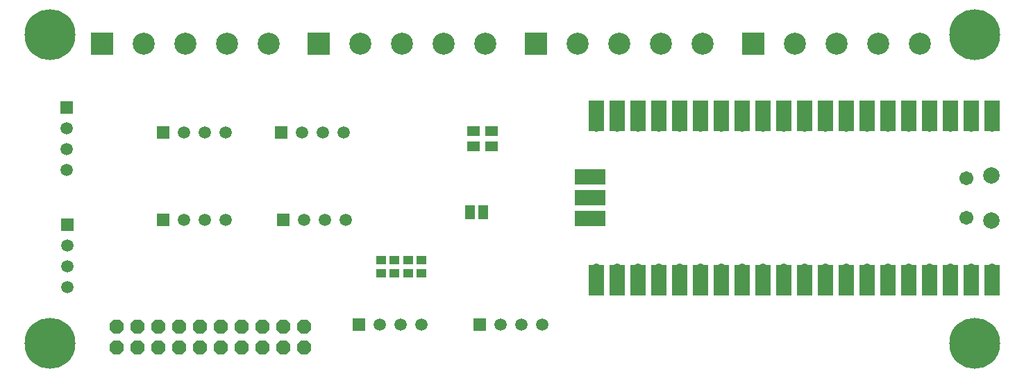
<source format=gbr>
G04 EAGLE Gerber RS-274X export*
G75*
%MOMM*%
%FSLAX34Y34*%
%LPD*%
%INSoldermask Top*%
%IPPOS*%
%AMOC8*
5,1,8,0,0,1.08239X$1,22.5*%
G01*
%ADD10C,1.711200*%
%ADD11R,1.903200X3.703200*%
%ADD12C,2.003200*%
%ADD13C,1.703200*%
%ADD14R,3.703200X1.903200*%
%ADD15R,2.678200X2.678200*%
%ADD16C,2.678200*%
%ADD17R,1.511200X1.511200*%
%ADD18C,1.511200*%
%ADD19R,1.603200X1.203200*%
%ADD20R,1.153200X1.103200*%
%ADD21P,1.869504X8X22.500000*%
%ADD22C,6.203200*%
%ADD23R,1.223200X1.673200*%


D10*
X1581150Y613410D03*
X1555750Y613410D03*
X1428750Y613410D03*
X1403350Y613410D03*
X1530350Y613410D03*
X1504950Y613410D03*
X1454150Y613410D03*
X1479550Y613410D03*
X1377950Y613410D03*
X1352550Y613410D03*
X1327150Y613410D03*
X1301750Y613410D03*
X1276350Y613410D03*
X1250950Y613410D03*
X1225550Y613410D03*
X1200150Y613410D03*
X1174750Y613410D03*
X1149350Y613410D03*
X1123950Y613410D03*
X1098550Y613410D03*
X1098550Y435610D03*
X1123950Y435610D03*
X1149350Y435610D03*
X1174750Y435610D03*
X1200150Y435610D03*
X1225550Y435610D03*
X1250950Y435610D03*
X1276350Y435610D03*
X1301750Y435610D03*
X1327150Y435610D03*
X1352550Y435610D03*
X1377950Y435610D03*
X1403350Y435610D03*
X1428750Y435610D03*
X1454150Y435610D03*
X1479550Y435610D03*
X1504950Y435610D03*
X1530350Y435610D03*
X1555750Y435610D03*
X1581150Y435610D03*
D11*
X1581150Y624510D03*
X1555750Y624510D03*
X1530350Y624510D03*
X1504950Y624510D03*
X1479550Y624510D03*
X1454150Y624510D03*
X1428750Y624510D03*
X1403350Y624510D03*
X1377950Y624510D03*
X1352550Y624510D03*
X1327150Y624510D03*
X1301750Y624510D03*
X1276350Y624510D03*
X1250950Y624510D03*
X1225550Y624510D03*
X1200150Y624510D03*
X1174750Y624510D03*
X1149350Y624510D03*
X1123950Y624510D03*
X1098550Y624510D03*
X1098550Y424510D03*
X1123950Y424510D03*
X1149350Y424510D03*
X1174750Y424510D03*
X1200150Y424510D03*
X1225550Y424510D03*
X1250950Y424510D03*
X1276350Y424510D03*
X1301750Y424510D03*
X1327150Y424510D03*
X1352550Y424510D03*
X1377950Y424510D03*
X1403350Y424510D03*
X1428750Y424510D03*
X1454150Y424510D03*
X1479550Y424510D03*
X1504950Y424510D03*
X1530350Y424510D03*
X1555750Y424510D03*
X1581150Y424510D03*
D12*
X1579850Y551760D03*
X1579850Y497260D03*
D13*
X1549550Y548760D03*
X1549550Y500260D03*
D10*
X1100850Y549910D03*
X1100850Y524510D03*
X1100850Y499110D03*
D14*
X1090600Y549910D03*
X1090600Y524510D03*
X1090600Y499110D03*
D15*
X495427Y712470D03*
D16*
X546227Y712470D03*
X597027Y712470D03*
X647827Y712470D03*
X698627Y712470D03*
D15*
X759587Y712597D03*
D16*
X810387Y712597D03*
X861187Y712597D03*
X911987Y712597D03*
X962787Y712597D03*
D15*
X1024636Y712470D03*
D16*
X1075436Y712470D03*
X1126236Y712470D03*
X1177036Y712470D03*
X1227836Y712470D03*
D15*
X1289939Y712470D03*
D16*
X1340739Y712470D03*
X1391539Y712470D03*
X1442339Y712470D03*
X1493139Y712470D03*
D17*
X713740Y604520D03*
D18*
X739140Y604520D03*
X764540Y604520D03*
X789940Y604520D03*
D17*
X453390Y491490D03*
D18*
X453390Y466090D03*
X453390Y440690D03*
X453390Y415290D03*
D17*
X956310Y369570D03*
D18*
X981710Y369570D03*
X1007110Y369570D03*
X1032510Y369570D03*
D17*
X716280Y497840D03*
D18*
X741680Y497840D03*
X767080Y497840D03*
X792480Y497840D03*
D17*
X808990Y369570D03*
D18*
X834390Y369570D03*
X859790Y369570D03*
X885190Y369570D03*
D17*
X570230Y604520D03*
D18*
X595630Y604520D03*
X621030Y604520D03*
X646430Y604520D03*
D17*
X570230Y497840D03*
D18*
X595630Y497840D03*
X621030Y497840D03*
X646430Y497840D03*
D19*
X970280Y606400D03*
X970280Y587400D03*
X948690Y606400D03*
X948690Y587400D03*
D20*
X835660Y432690D03*
X835660Y448690D03*
X852170Y432690D03*
X852170Y448690D03*
X868680Y432690D03*
X868680Y448690D03*
X885190Y432690D03*
X885190Y448690D03*
D21*
X513080Y341630D03*
X513080Y367030D03*
X538480Y341630D03*
X538480Y367030D03*
X563880Y341630D03*
X563880Y367030D03*
X589280Y341630D03*
X589280Y367030D03*
X614680Y341630D03*
X614680Y367030D03*
X640080Y341630D03*
X640080Y367030D03*
X665480Y341630D03*
X665480Y367030D03*
X690880Y341630D03*
X690880Y367030D03*
X716280Y341630D03*
X716280Y367030D03*
X741680Y341630D03*
X741680Y367030D03*
D22*
X431800Y346710D03*
X1559560Y723900D03*
X1559560Y346710D03*
X431800Y723900D03*
D17*
X452120Y635000D03*
D18*
X452120Y609600D03*
X452120Y584200D03*
X452120Y558800D03*
D23*
X944400Y506730D03*
X960600Y506730D03*
M02*

</source>
